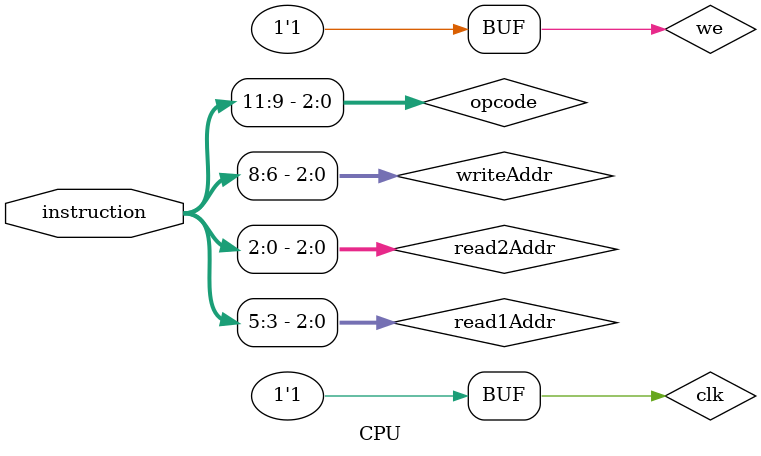
<source format=v>
`timescale 1ns/1ns
`include "RegisterFile.v"
`include "ALU.v"

module CPU(
    input wire [11:0] instruction
);
    reg clk;
    reg [2:0] read1Addr;
    reg we;
    reg [2:0] read2Addr;
    reg [2:0] writeAddr;
    reg [11:0] writeData;
    wire [11:0] readData1;
    wire [11:0] readData2;
    RegisterFile r(clk, we, read1Addr, read2Addr, writeAddr, writeData, readData1, readData2);
    wire [2:0] opcode = instruction[11:9];
    wire [11:0] result;
    ALU a(opcode, readData1, readData2, result);
    initial begin
        
            clk = 0;
            writeAddr = 0;
            writeData = 3;
            we = 1;
            read1Addr = 1;
            read1Addr = 2;
            clk = 1;
            
            #20
            clk = 0;
            writeAddr = 1;
            writeData = 4;
            we = 1;
            read1Addr = 1;
            read1Addr = 2;
            clk = 1;
            
            #20
            clk = 0;
            writeAddr = 2;
            writeData = 5;
            we = 1;
            read1Addr = 1;
            read1Addr = 2;
            clk = 1;
            
            #20
            clk = 0;
            writeAddr = 3;
            writeData = 6;
            we = 1;
            read1Addr = 1;
            read1Addr = 2;
            clk = 1;
            
            #20
            clk = 0;
            writeAddr = 4;
            writeData = 7;
            we = 1;
            read1Addr = 1;
            read1Addr = 2;
            clk = 1;
            
            #20
            clk = 0;
            writeAddr = 5;
            writeData = 8;
            we = 1;
            read1Addr = 1;
            read1Addr = 2;
            clk = 1;
            
            #20
            clk = 0;
            writeAddr = 6;
            writeData = 9;
            we = 1;
            read1Addr = 1;
            read1Addr = 2;
            clk = 1;
            
            #20
            clk = 0;
            writeAddr = 7;
            writeData = 10;
            we = 1;
            read1Addr = 1;
            read1Addr = 2;
            clk = 1;
    end

    always @(instruction)
        begin
            #200

            // #1
            clk = 0;
            writeAddr = instruction[8:6];
            read1Addr = instruction[5:3];
            read2Addr = instruction[2:0];
            // #1
            clk = 1;
            // #1
            // operand1 = readData1;
            // operand2 = readData2;
            // #1
            writeData = result;
            // #1
            clk = 0;
            // #1
            clk = 1;            
        end
endmodule
</source>
